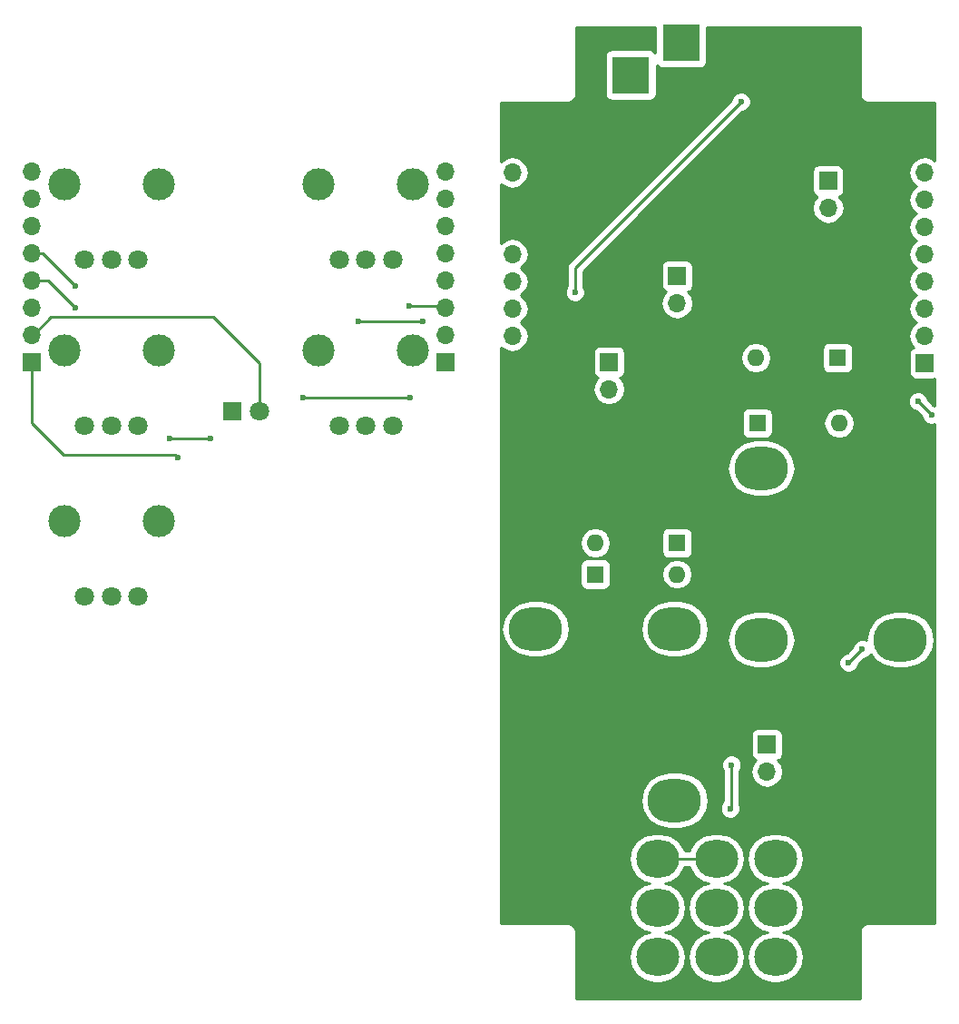
<source format=gbr>
G04 #@! TF.FileFunction,Copper,L2,Bot,Signal*
%FSLAX46Y46*%
G04 Gerber Fmt 4.6, Leading zero omitted, Abs format (unit mm)*
G04 Created by KiCad (PCBNEW 4.0.7) date 03/22/18 23:55:52*
%MOMM*%
%LPD*%
G01*
G04 APERTURE LIST*
%ADD10C,0.100000*%
%ADD11C,1.800000*%
%ADD12C,3.000000*%
%ADD13O,5.000000X4.000000*%
%ADD14O,4.000000X3.500000*%
%ADD15R,1.700000X1.700000*%
%ADD16O,1.700000X1.700000*%
%ADD17R,1.800000X1.800000*%
%ADD18R,1.600000X1.600000*%
%ADD19O,1.600000X1.600000*%
%ADD20R,3.500000X3.500000*%
%ADD21C,0.600000*%
%ADD22C,0.250000*%
%ADD23C,0.500000*%
%ADD24C,0.254000*%
G04 APERTURE END LIST*
D10*
D11*
X45546000Y-159639000D03*
X48046000Y-159639000D03*
X50546000Y-159639000D03*
D12*
X43646000Y-152639000D03*
X52446000Y-152639000D03*
D13*
X108689000Y-163702000D03*
X108689000Y-147702000D03*
X121689000Y-147702000D03*
X121666000Y-163702000D03*
D14*
X110021000Y-193322000D03*
X104521000Y-193322000D03*
X99021000Y-193322000D03*
X110021000Y-188722000D03*
X104521000Y-188722000D03*
X99021000Y-188722000D03*
X110021000Y-184122000D03*
X104521000Y-184122000D03*
X99021000Y-184122000D03*
D11*
X69295000Y-143764000D03*
X71795000Y-143764000D03*
X74295000Y-143764000D03*
D12*
X67395000Y-136764000D03*
X76195000Y-136764000D03*
D11*
X69295000Y-128270000D03*
X71795000Y-128270000D03*
X74295000Y-128270000D03*
D12*
X67395000Y-121270000D03*
X76195000Y-121270000D03*
D15*
X40640000Y-137795000D03*
D16*
X40640000Y-135255000D03*
X40640000Y-132715000D03*
X40640000Y-130175000D03*
X40640000Y-127635000D03*
X40640000Y-125095000D03*
X40640000Y-122555000D03*
X40640000Y-120015000D03*
D15*
X123952000Y-137922000D03*
D16*
X123952000Y-135382000D03*
X123952000Y-132842000D03*
X123952000Y-130302000D03*
X123952000Y-127762000D03*
X123952000Y-125222000D03*
X123952000Y-122682000D03*
X123952000Y-120142000D03*
D15*
X85471000Y-137922000D03*
D16*
X85471000Y-135382000D03*
X85471000Y-132842000D03*
X85471000Y-130302000D03*
X85471000Y-127762000D03*
X85471000Y-125222000D03*
X85471000Y-122682000D03*
X85471000Y-120142000D03*
D13*
X100607000Y-162688000D03*
X100607000Y-178688000D03*
X87607000Y-178688000D03*
X87630000Y-162688000D03*
D17*
X59309000Y-142367000D03*
D11*
X61849000Y-142367000D03*
X45546000Y-143764000D03*
X48046000Y-143764000D03*
X50546000Y-143764000D03*
D12*
X43646000Y-136764000D03*
X52446000Y-136764000D03*
D15*
X79248000Y-137795000D03*
D16*
X79248000Y-135255000D03*
X79248000Y-132715000D03*
X79248000Y-130175000D03*
X79248000Y-127635000D03*
X79248000Y-125095000D03*
X79248000Y-122555000D03*
X79248000Y-120015000D03*
D11*
X45546000Y-128270000D03*
X48046000Y-128270000D03*
X50546000Y-128270000D03*
D12*
X43646000Y-121270000D03*
X52446000Y-121270000D03*
D15*
X109220000Y-173482000D03*
D16*
X109220000Y-176022000D03*
D15*
X100838000Y-129794000D03*
D16*
X100838000Y-132334000D03*
D15*
X94488000Y-137795000D03*
D16*
X94488000Y-140335000D03*
D15*
X114935000Y-120904000D03*
D16*
X114935000Y-123444000D03*
D18*
X108331000Y-143510000D03*
D19*
X115951000Y-143510000D03*
D18*
X115824000Y-137414000D03*
D19*
X108204000Y-137414000D03*
D18*
X93218000Y-157607000D03*
D19*
X100838000Y-157607000D03*
D18*
X100838000Y-154686000D03*
D19*
X93218000Y-154686000D03*
D20*
X101219000Y-114046000D03*
X101219000Y-108046000D03*
X96519000Y-111046000D03*
D21*
X117602000Y-116586000D03*
X106807000Y-116205000D03*
X109474000Y-167132000D03*
X123063000Y-167767000D03*
X101092000Y-139192000D03*
X115189000Y-129540000D03*
X105537000Y-119126000D03*
X115062000Y-189738000D03*
X105918000Y-175387000D03*
X105791000Y-179451000D03*
X116840000Y-165862000D03*
X118110000Y-164592000D03*
X75819000Y-132588000D03*
X54229000Y-146685000D03*
X44704000Y-132715000D03*
X123317000Y-141478000D03*
X124587000Y-142748000D03*
X53467000Y-144907000D03*
X57277000Y-144907000D03*
X65913000Y-141097000D03*
X75946000Y-141097000D03*
X77089000Y-133985000D03*
X71120000Y-133985000D03*
X44704000Y-130683000D03*
X91313000Y-131318000D03*
X106807000Y-113538000D03*
D22*
X123063000Y-167767000D02*
X123110000Y-167720000D01*
X40640000Y-135255000D02*
X40767000Y-135255000D01*
X40767000Y-135255000D02*
X42418000Y-133604000D01*
X42418000Y-133604000D02*
X57531000Y-133604000D01*
X57531000Y-133604000D02*
X61849000Y-137922000D01*
X61849000Y-137922000D02*
X61849000Y-142367000D01*
X105918000Y-179324000D02*
X105918000Y-175387000D01*
X105791000Y-179451000D02*
X105918000Y-179324000D01*
D23*
X104648000Y-188976000D02*
X105156000Y-188722000D01*
D22*
X99148000Y-188976000D02*
X99187000Y-188976000D01*
X118110000Y-164592000D02*
X116840000Y-165862000D01*
X75819000Y-132588000D02*
X79121000Y-132588000D01*
X79121000Y-132588000D02*
X79248000Y-132715000D01*
X54229000Y-146685000D02*
X53975000Y-146431000D01*
X53975000Y-146431000D02*
X43561000Y-146431000D01*
X43561000Y-146431000D02*
X40640000Y-143510000D01*
X40640000Y-143510000D02*
X40640000Y-137795000D01*
X42164000Y-130175000D02*
X40640000Y-130175000D01*
X44704000Y-132715000D02*
X42164000Y-130175000D01*
X99021000Y-184122000D02*
X104521000Y-184122000D01*
X124587000Y-142748000D02*
X123317000Y-141478000D01*
X57277000Y-144907000D02*
X53467000Y-144907000D01*
X75946000Y-141097000D02*
X65913000Y-141097000D01*
X71120000Y-133985000D02*
X77089000Y-133985000D01*
X41656000Y-127635000D02*
X40640000Y-127635000D01*
X44704000Y-130683000D02*
X41656000Y-127635000D01*
X104648000Y-193576000D02*
X104549000Y-193576000D01*
X103949500Y-116395500D02*
X106807000Y-113538000D01*
X91313000Y-129032000D02*
X91313000Y-131318000D01*
X103949500Y-116395500D02*
X91313000Y-129032000D01*
D24*
G36*
X98821560Y-108982045D02*
X98733090Y-108844559D01*
X98520890Y-108699569D01*
X98269000Y-108648560D01*
X94769000Y-108648560D01*
X94533683Y-108692838D01*
X94317559Y-108831910D01*
X94172569Y-109044110D01*
X94121560Y-109296000D01*
X94121560Y-112796000D01*
X94165838Y-113031317D01*
X94304910Y-113247441D01*
X94517110Y-113392431D01*
X94769000Y-113443440D01*
X98269000Y-113443440D01*
X98504317Y-113399162D01*
X98720441Y-113260090D01*
X98865431Y-113047890D01*
X98916440Y-112796000D01*
X98916440Y-110109955D01*
X99004910Y-110247441D01*
X99217110Y-110392431D01*
X99469000Y-110443440D01*
X102969000Y-110443440D01*
X103204317Y-110399162D01*
X103420441Y-110260090D01*
X103565431Y-110047890D01*
X103616440Y-109796000D01*
X103616440Y-106628000D01*
X117908000Y-106628000D01*
X117908000Y-112903000D01*
X117962046Y-113174705D01*
X118115954Y-113405046D01*
X118346295Y-113558954D01*
X118618000Y-113613000D01*
X124893000Y-113613000D01*
X124893000Y-118999639D01*
X124549378Y-118770039D01*
X123981093Y-118657000D01*
X123922907Y-118657000D01*
X123354622Y-118770039D01*
X122872853Y-119091946D01*
X122550946Y-119573715D01*
X122437907Y-120142000D01*
X122550946Y-120710285D01*
X122872853Y-121192054D01*
X123202026Y-121412000D01*
X122872853Y-121631946D01*
X122550946Y-122113715D01*
X122437907Y-122682000D01*
X122550946Y-123250285D01*
X122872853Y-123732054D01*
X123202026Y-123952000D01*
X122872853Y-124171946D01*
X122550946Y-124653715D01*
X122437907Y-125222000D01*
X122550946Y-125790285D01*
X122872853Y-126272054D01*
X123202026Y-126492000D01*
X122872853Y-126711946D01*
X122550946Y-127193715D01*
X122437907Y-127762000D01*
X122550946Y-128330285D01*
X122872853Y-128812054D01*
X123202026Y-129032000D01*
X122872853Y-129251946D01*
X122550946Y-129733715D01*
X122437907Y-130302000D01*
X122550946Y-130870285D01*
X122872853Y-131352054D01*
X123202026Y-131572000D01*
X122872853Y-131791946D01*
X122550946Y-132273715D01*
X122437907Y-132842000D01*
X122550946Y-133410285D01*
X122872853Y-133892054D01*
X123202026Y-134112000D01*
X122872853Y-134331946D01*
X122550946Y-134813715D01*
X122437907Y-135382000D01*
X122550946Y-135950285D01*
X122872853Y-136432054D01*
X122914452Y-136459850D01*
X122866683Y-136468838D01*
X122650559Y-136607910D01*
X122505569Y-136820110D01*
X122454560Y-137072000D01*
X122454560Y-138772000D01*
X122498838Y-139007317D01*
X122637910Y-139223441D01*
X122850110Y-139368431D01*
X123102000Y-139419440D01*
X124802000Y-139419440D01*
X124893000Y-139402317D01*
X124893000Y-141862659D01*
X124773799Y-141813162D01*
X124726923Y-141813121D01*
X124252122Y-141338320D01*
X124252162Y-141292833D01*
X124110117Y-140949057D01*
X123847327Y-140685808D01*
X123503799Y-140543162D01*
X123131833Y-140542838D01*
X122788057Y-140684883D01*
X122524808Y-140947673D01*
X122382162Y-141291201D01*
X122381838Y-141663167D01*
X122523883Y-142006943D01*
X122786673Y-142270192D01*
X123130201Y-142412838D01*
X123177077Y-142412879D01*
X123651878Y-142887680D01*
X123651838Y-142933167D01*
X123793883Y-143276943D01*
X124056673Y-143540192D01*
X124400201Y-143682838D01*
X124772167Y-143683162D01*
X124893000Y-143633235D01*
X124893000Y-190171000D01*
X118618000Y-190171000D01*
X118346295Y-190225046D01*
X118115954Y-190378954D01*
X117962046Y-190609295D01*
X117908000Y-190881000D01*
X117908000Y-197156000D01*
X91388000Y-197156000D01*
X91388000Y-190881000D01*
X91333954Y-190609295D01*
X91180046Y-190378954D01*
X90949705Y-190225046D01*
X90678000Y-190171000D01*
X84403000Y-190171000D01*
X84403000Y-184122000D01*
X96334377Y-184122000D01*
X96515924Y-185034700D01*
X97032927Y-185808450D01*
X97806677Y-186325453D01*
X98292052Y-186422000D01*
X97806677Y-186518547D01*
X97032927Y-187035550D01*
X96515924Y-187809300D01*
X96334377Y-188722000D01*
X96515924Y-189634700D01*
X97032927Y-190408450D01*
X97806677Y-190925453D01*
X98292052Y-191022000D01*
X97806677Y-191118547D01*
X97032927Y-191635550D01*
X96515924Y-192409300D01*
X96334377Y-193322000D01*
X96515924Y-194234700D01*
X97032927Y-195008450D01*
X97806677Y-195525453D01*
X98719377Y-195707000D01*
X99322623Y-195707000D01*
X100235323Y-195525453D01*
X101009073Y-195008450D01*
X101526076Y-194234700D01*
X101707623Y-193322000D01*
X101526076Y-192409300D01*
X101009073Y-191635550D01*
X100235323Y-191118547D01*
X99749948Y-191022000D01*
X100235323Y-190925453D01*
X101009073Y-190408450D01*
X101526076Y-189634700D01*
X101707623Y-188722000D01*
X101526076Y-187809300D01*
X101009073Y-187035550D01*
X100235323Y-186518547D01*
X99749948Y-186422000D01*
X100235323Y-186325453D01*
X101009073Y-185808450D01*
X101526076Y-185034700D01*
X101556450Y-184882000D01*
X101985550Y-184882000D01*
X102015924Y-185034700D01*
X102532927Y-185808450D01*
X103306677Y-186325453D01*
X103792052Y-186422000D01*
X103306677Y-186518547D01*
X102532927Y-187035550D01*
X102015924Y-187809300D01*
X101834377Y-188722000D01*
X102015924Y-189634700D01*
X102532927Y-190408450D01*
X103306677Y-190925453D01*
X103792052Y-191022000D01*
X103306677Y-191118547D01*
X102532927Y-191635550D01*
X102015924Y-192409300D01*
X101834377Y-193322000D01*
X102015924Y-194234700D01*
X102532927Y-195008450D01*
X103306677Y-195525453D01*
X104219377Y-195707000D01*
X104822623Y-195707000D01*
X105735323Y-195525453D01*
X106509073Y-195008450D01*
X107026076Y-194234700D01*
X107207623Y-193322000D01*
X107026076Y-192409300D01*
X106509073Y-191635550D01*
X105735323Y-191118547D01*
X105249948Y-191022000D01*
X105735323Y-190925453D01*
X106509073Y-190408450D01*
X107026076Y-189634700D01*
X107207623Y-188722000D01*
X107026076Y-187809300D01*
X106509073Y-187035550D01*
X105735323Y-186518547D01*
X105249948Y-186422000D01*
X105735323Y-186325453D01*
X106509073Y-185808450D01*
X107026076Y-185034700D01*
X107207623Y-184122000D01*
X107334377Y-184122000D01*
X107515924Y-185034700D01*
X108032927Y-185808450D01*
X108806677Y-186325453D01*
X109292052Y-186422000D01*
X108806677Y-186518547D01*
X108032927Y-187035550D01*
X107515924Y-187809300D01*
X107334377Y-188722000D01*
X107515924Y-189634700D01*
X108032927Y-190408450D01*
X108806677Y-190925453D01*
X109292052Y-191022000D01*
X108806677Y-191118547D01*
X108032927Y-191635550D01*
X107515924Y-192409300D01*
X107334377Y-193322000D01*
X107515924Y-194234700D01*
X108032927Y-195008450D01*
X108806677Y-195525453D01*
X109719377Y-195707000D01*
X110322623Y-195707000D01*
X111235323Y-195525453D01*
X112009073Y-195008450D01*
X112526076Y-194234700D01*
X112707623Y-193322000D01*
X112526076Y-192409300D01*
X112009073Y-191635550D01*
X111235323Y-191118547D01*
X110749948Y-191022000D01*
X111235323Y-190925453D01*
X112009073Y-190408450D01*
X112526076Y-189634700D01*
X112707623Y-188722000D01*
X112526076Y-187809300D01*
X112009073Y-187035550D01*
X111235323Y-186518547D01*
X110749948Y-186422000D01*
X111235323Y-186325453D01*
X112009073Y-185808450D01*
X112526076Y-185034700D01*
X112707623Y-184122000D01*
X112526076Y-183209300D01*
X112009073Y-182435550D01*
X111235323Y-181918547D01*
X110322623Y-181737000D01*
X109719377Y-181737000D01*
X108806677Y-181918547D01*
X108032927Y-182435550D01*
X107515924Y-183209300D01*
X107334377Y-184122000D01*
X107207623Y-184122000D01*
X107026076Y-183209300D01*
X106509073Y-182435550D01*
X105735323Y-181918547D01*
X104822623Y-181737000D01*
X104219377Y-181737000D01*
X103306677Y-181918547D01*
X102532927Y-182435550D01*
X102015924Y-183209300D01*
X101985550Y-183362000D01*
X101556450Y-183362000D01*
X101526076Y-183209300D01*
X101009073Y-182435550D01*
X100235323Y-181918547D01*
X99322623Y-181737000D01*
X98719377Y-181737000D01*
X97806677Y-181918547D01*
X97032927Y-182435550D01*
X96515924Y-183209300D01*
X96334377Y-184122000D01*
X84403000Y-184122000D01*
X84403000Y-178688000D01*
X97410582Y-178688000D01*
X97611159Y-179696371D01*
X98182356Y-180551226D01*
X99037211Y-181122423D01*
X100045582Y-181323000D01*
X101168418Y-181323000D01*
X102176789Y-181122423D01*
X103031644Y-180551226D01*
X103602841Y-179696371D01*
X103614816Y-179636167D01*
X104855838Y-179636167D01*
X104997883Y-179979943D01*
X105260673Y-180243192D01*
X105604201Y-180385838D01*
X105976167Y-180386162D01*
X106319943Y-180244117D01*
X106583192Y-179981327D01*
X106725838Y-179637799D01*
X106726162Y-179265833D01*
X106678000Y-179149272D01*
X106678000Y-176022000D01*
X107705907Y-176022000D01*
X107818946Y-176590285D01*
X108140853Y-177072054D01*
X108622622Y-177393961D01*
X109190907Y-177507000D01*
X109249093Y-177507000D01*
X109817378Y-177393961D01*
X110299147Y-177072054D01*
X110621054Y-176590285D01*
X110734093Y-176022000D01*
X110621054Y-175453715D01*
X110299147Y-174971946D01*
X110257548Y-174944150D01*
X110305317Y-174935162D01*
X110521441Y-174796090D01*
X110666431Y-174583890D01*
X110717440Y-174332000D01*
X110717440Y-172632000D01*
X110673162Y-172396683D01*
X110534090Y-172180559D01*
X110321890Y-172035569D01*
X110070000Y-171984560D01*
X108370000Y-171984560D01*
X108134683Y-172028838D01*
X107918559Y-172167910D01*
X107773569Y-172380110D01*
X107722560Y-172632000D01*
X107722560Y-174332000D01*
X107766838Y-174567317D01*
X107905910Y-174783441D01*
X108118110Y-174928431D01*
X108185541Y-174942086D01*
X108140853Y-174971946D01*
X107818946Y-175453715D01*
X107705907Y-176022000D01*
X106678000Y-176022000D01*
X106678000Y-175949463D01*
X106710192Y-175917327D01*
X106852838Y-175573799D01*
X106853162Y-175201833D01*
X106711117Y-174858057D01*
X106448327Y-174594808D01*
X106104799Y-174452162D01*
X105732833Y-174451838D01*
X105389057Y-174593883D01*
X105125808Y-174856673D01*
X104983162Y-175200201D01*
X104982838Y-175572167D01*
X105124883Y-175915943D01*
X105158000Y-175949118D01*
X105158000Y-178761759D01*
X104998808Y-178920673D01*
X104856162Y-179264201D01*
X104855838Y-179636167D01*
X103614816Y-179636167D01*
X103803418Y-178688000D01*
X103602841Y-177679629D01*
X103031644Y-176824774D01*
X102176789Y-176253577D01*
X101168418Y-176053000D01*
X100045582Y-176053000D01*
X99037211Y-176253577D01*
X98182356Y-176824774D01*
X97611159Y-177679629D01*
X97410582Y-178688000D01*
X84403000Y-178688000D01*
X84403000Y-162688000D01*
X84433582Y-162688000D01*
X84634159Y-163696371D01*
X85205356Y-164551226D01*
X86060211Y-165122423D01*
X87068582Y-165323000D01*
X88191418Y-165323000D01*
X89199789Y-165122423D01*
X90054644Y-164551226D01*
X90625841Y-163696371D01*
X90826418Y-162688000D01*
X97410582Y-162688000D01*
X97611159Y-163696371D01*
X98182356Y-164551226D01*
X99037211Y-165122423D01*
X100045582Y-165323000D01*
X101168418Y-165323000D01*
X102176789Y-165122423D01*
X103031644Y-164551226D01*
X103599079Y-163702000D01*
X105492582Y-163702000D01*
X105693159Y-164710371D01*
X106264356Y-165565226D01*
X107119211Y-166136423D01*
X108127582Y-166337000D01*
X109250418Y-166337000D01*
X110258789Y-166136423D01*
X110392369Y-166047167D01*
X115904838Y-166047167D01*
X116046883Y-166390943D01*
X116309673Y-166654192D01*
X116653201Y-166796838D01*
X117025167Y-166797162D01*
X117368943Y-166655117D01*
X117632192Y-166392327D01*
X117774838Y-166048799D01*
X117774879Y-166001923D01*
X118249680Y-165527122D01*
X118295167Y-165527162D01*
X118638943Y-165385117D01*
X118902192Y-165122327D01*
X118918760Y-165082428D01*
X119241356Y-165565226D01*
X120096211Y-166136423D01*
X121104582Y-166337000D01*
X122227418Y-166337000D01*
X123235789Y-166136423D01*
X124090644Y-165565226D01*
X124661841Y-164710371D01*
X124862418Y-163702000D01*
X124661841Y-162693629D01*
X124090644Y-161838774D01*
X123235789Y-161267577D01*
X122227418Y-161067000D01*
X121104582Y-161067000D01*
X120096211Y-161267577D01*
X119241356Y-161838774D01*
X118670159Y-162693629D01*
X118469582Y-163702000D01*
X118475416Y-163731331D01*
X118296799Y-163657162D01*
X117924833Y-163656838D01*
X117581057Y-163798883D01*
X117317808Y-164061673D01*
X117175162Y-164405201D01*
X117175121Y-164452077D01*
X116700320Y-164926878D01*
X116654833Y-164926838D01*
X116311057Y-165068883D01*
X116047808Y-165331673D01*
X115905162Y-165675201D01*
X115904838Y-166047167D01*
X110392369Y-166047167D01*
X111113644Y-165565226D01*
X111684841Y-164710371D01*
X111885418Y-163702000D01*
X111684841Y-162693629D01*
X111113644Y-161838774D01*
X110258789Y-161267577D01*
X109250418Y-161067000D01*
X108127582Y-161067000D01*
X107119211Y-161267577D01*
X106264356Y-161838774D01*
X105693159Y-162693629D01*
X105492582Y-163702000D01*
X103599079Y-163702000D01*
X103602841Y-163696371D01*
X103803418Y-162688000D01*
X103602841Y-161679629D01*
X103031644Y-160824774D01*
X102176789Y-160253577D01*
X101168418Y-160053000D01*
X100045582Y-160053000D01*
X99037211Y-160253577D01*
X98182356Y-160824774D01*
X97611159Y-161679629D01*
X97410582Y-162688000D01*
X90826418Y-162688000D01*
X90625841Y-161679629D01*
X90054644Y-160824774D01*
X89199789Y-160253577D01*
X88191418Y-160053000D01*
X87068582Y-160053000D01*
X86060211Y-160253577D01*
X85205356Y-160824774D01*
X84634159Y-161679629D01*
X84433582Y-162688000D01*
X84403000Y-162688000D01*
X84403000Y-156807000D01*
X91770560Y-156807000D01*
X91770560Y-158407000D01*
X91814838Y-158642317D01*
X91953910Y-158858441D01*
X92166110Y-159003431D01*
X92418000Y-159054440D01*
X94018000Y-159054440D01*
X94253317Y-159010162D01*
X94469441Y-158871090D01*
X94614431Y-158658890D01*
X94665440Y-158407000D01*
X94665440Y-157607000D01*
X99374887Y-157607000D01*
X99484120Y-158156151D01*
X99795189Y-158621698D01*
X100260736Y-158932767D01*
X100809887Y-159042000D01*
X100866113Y-159042000D01*
X101415264Y-158932767D01*
X101880811Y-158621698D01*
X102191880Y-158156151D01*
X102301113Y-157607000D01*
X102191880Y-157057849D01*
X101880811Y-156592302D01*
X101415264Y-156281233D01*
X100866113Y-156172000D01*
X100809887Y-156172000D01*
X100260736Y-156281233D01*
X99795189Y-156592302D01*
X99484120Y-157057849D01*
X99374887Y-157607000D01*
X94665440Y-157607000D01*
X94665440Y-156807000D01*
X94621162Y-156571683D01*
X94482090Y-156355559D01*
X94269890Y-156210569D01*
X94018000Y-156159560D01*
X92418000Y-156159560D01*
X92182683Y-156203838D01*
X91966559Y-156342910D01*
X91821569Y-156555110D01*
X91770560Y-156807000D01*
X84403000Y-156807000D01*
X84403000Y-154686000D01*
X91754887Y-154686000D01*
X91864120Y-155235151D01*
X92175189Y-155700698D01*
X92640736Y-156011767D01*
X93189887Y-156121000D01*
X93246113Y-156121000D01*
X93795264Y-156011767D01*
X94260811Y-155700698D01*
X94571880Y-155235151D01*
X94681113Y-154686000D01*
X94571880Y-154136849D01*
X94404268Y-153886000D01*
X99390560Y-153886000D01*
X99390560Y-155486000D01*
X99434838Y-155721317D01*
X99573910Y-155937441D01*
X99786110Y-156082431D01*
X100038000Y-156133440D01*
X101638000Y-156133440D01*
X101873317Y-156089162D01*
X102089441Y-155950090D01*
X102234431Y-155737890D01*
X102285440Y-155486000D01*
X102285440Y-153886000D01*
X102241162Y-153650683D01*
X102102090Y-153434559D01*
X101889890Y-153289569D01*
X101638000Y-153238560D01*
X100038000Y-153238560D01*
X99802683Y-153282838D01*
X99586559Y-153421910D01*
X99441569Y-153634110D01*
X99390560Y-153886000D01*
X94404268Y-153886000D01*
X94260811Y-153671302D01*
X93795264Y-153360233D01*
X93246113Y-153251000D01*
X93189887Y-153251000D01*
X92640736Y-153360233D01*
X92175189Y-153671302D01*
X91864120Y-154136849D01*
X91754887Y-154686000D01*
X84403000Y-154686000D01*
X84403000Y-147702000D01*
X105492582Y-147702000D01*
X105693159Y-148710371D01*
X106264356Y-149565226D01*
X107119211Y-150136423D01*
X108127582Y-150337000D01*
X109250418Y-150337000D01*
X110258789Y-150136423D01*
X111113644Y-149565226D01*
X111684841Y-148710371D01*
X111885418Y-147702000D01*
X111684841Y-146693629D01*
X111113644Y-145838774D01*
X110258789Y-145267577D01*
X109250418Y-145067000D01*
X108127582Y-145067000D01*
X107119211Y-145267577D01*
X106264356Y-145838774D01*
X105693159Y-146693629D01*
X105492582Y-147702000D01*
X84403000Y-147702000D01*
X84403000Y-142710000D01*
X106883560Y-142710000D01*
X106883560Y-144310000D01*
X106927838Y-144545317D01*
X107066910Y-144761441D01*
X107279110Y-144906431D01*
X107531000Y-144957440D01*
X109131000Y-144957440D01*
X109366317Y-144913162D01*
X109582441Y-144774090D01*
X109727431Y-144561890D01*
X109778440Y-144310000D01*
X109778440Y-143510000D01*
X114487887Y-143510000D01*
X114597120Y-144059151D01*
X114908189Y-144524698D01*
X115373736Y-144835767D01*
X115922887Y-144945000D01*
X115979113Y-144945000D01*
X116528264Y-144835767D01*
X116993811Y-144524698D01*
X117304880Y-144059151D01*
X117414113Y-143510000D01*
X117304880Y-142960849D01*
X116993811Y-142495302D01*
X116528264Y-142184233D01*
X115979113Y-142075000D01*
X115922887Y-142075000D01*
X115373736Y-142184233D01*
X114908189Y-142495302D01*
X114597120Y-142960849D01*
X114487887Y-143510000D01*
X109778440Y-143510000D01*
X109778440Y-142710000D01*
X109734162Y-142474683D01*
X109595090Y-142258559D01*
X109382890Y-142113569D01*
X109131000Y-142062560D01*
X107531000Y-142062560D01*
X107295683Y-142106838D01*
X107079559Y-142245910D01*
X106934569Y-142458110D01*
X106883560Y-142710000D01*
X84403000Y-142710000D01*
X84403000Y-140335000D01*
X92973907Y-140335000D01*
X93086946Y-140903285D01*
X93408853Y-141385054D01*
X93890622Y-141706961D01*
X94458907Y-141820000D01*
X94517093Y-141820000D01*
X95085378Y-141706961D01*
X95567147Y-141385054D01*
X95889054Y-140903285D01*
X96002093Y-140335000D01*
X95889054Y-139766715D01*
X95567147Y-139284946D01*
X95525548Y-139257150D01*
X95573317Y-139248162D01*
X95789441Y-139109090D01*
X95934431Y-138896890D01*
X95985440Y-138645000D01*
X95985440Y-137414000D01*
X106740887Y-137414000D01*
X106850120Y-137963151D01*
X107161189Y-138428698D01*
X107626736Y-138739767D01*
X108175887Y-138849000D01*
X108232113Y-138849000D01*
X108781264Y-138739767D01*
X109246811Y-138428698D01*
X109557880Y-137963151D01*
X109667113Y-137414000D01*
X109557880Y-136864849D01*
X109390268Y-136614000D01*
X114376560Y-136614000D01*
X114376560Y-138214000D01*
X114420838Y-138449317D01*
X114559910Y-138665441D01*
X114772110Y-138810431D01*
X115024000Y-138861440D01*
X116624000Y-138861440D01*
X116859317Y-138817162D01*
X117075441Y-138678090D01*
X117220431Y-138465890D01*
X117271440Y-138214000D01*
X117271440Y-136614000D01*
X117227162Y-136378683D01*
X117088090Y-136162559D01*
X116875890Y-136017569D01*
X116624000Y-135966560D01*
X115024000Y-135966560D01*
X114788683Y-136010838D01*
X114572559Y-136149910D01*
X114427569Y-136362110D01*
X114376560Y-136614000D01*
X109390268Y-136614000D01*
X109246811Y-136399302D01*
X108781264Y-136088233D01*
X108232113Y-135979000D01*
X108175887Y-135979000D01*
X107626736Y-136088233D01*
X107161189Y-136399302D01*
X106850120Y-136864849D01*
X106740887Y-137414000D01*
X95985440Y-137414000D01*
X95985440Y-136945000D01*
X95941162Y-136709683D01*
X95802090Y-136493559D01*
X95589890Y-136348569D01*
X95338000Y-136297560D01*
X93638000Y-136297560D01*
X93402683Y-136341838D01*
X93186559Y-136480910D01*
X93041569Y-136693110D01*
X92990560Y-136945000D01*
X92990560Y-138645000D01*
X93034838Y-138880317D01*
X93173910Y-139096441D01*
X93386110Y-139241431D01*
X93453541Y-139255086D01*
X93408853Y-139284946D01*
X93086946Y-139766715D01*
X92973907Y-140335000D01*
X84403000Y-140335000D01*
X84403000Y-136439502D01*
X84873622Y-136753961D01*
X85441907Y-136867000D01*
X85500093Y-136867000D01*
X86068378Y-136753961D01*
X86550147Y-136432054D01*
X86872054Y-135950285D01*
X86985093Y-135382000D01*
X86872054Y-134813715D01*
X86550147Y-134331946D01*
X86220974Y-134112000D01*
X86550147Y-133892054D01*
X86872054Y-133410285D01*
X86985093Y-132842000D01*
X86884046Y-132334000D01*
X99323907Y-132334000D01*
X99436946Y-132902285D01*
X99758853Y-133384054D01*
X100240622Y-133705961D01*
X100808907Y-133819000D01*
X100867093Y-133819000D01*
X101435378Y-133705961D01*
X101917147Y-133384054D01*
X102239054Y-132902285D01*
X102352093Y-132334000D01*
X102239054Y-131765715D01*
X101917147Y-131283946D01*
X101875548Y-131256150D01*
X101923317Y-131247162D01*
X102139441Y-131108090D01*
X102284431Y-130895890D01*
X102335440Y-130644000D01*
X102335440Y-128944000D01*
X102291162Y-128708683D01*
X102152090Y-128492559D01*
X101939890Y-128347569D01*
X101688000Y-128296560D01*
X99988000Y-128296560D01*
X99752683Y-128340838D01*
X99536559Y-128479910D01*
X99391569Y-128692110D01*
X99340560Y-128944000D01*
X99340560Y-130644000D01*
X99384838Y-130879317D01*
X99523910Y-131095441D01*
X99736110Y-131240431D01*
X99803541Y-131254086D01*
X99758853Y-131283946D01*
X99436946Y-131765715D01*
X99323907Y-132334000D01*
X86884046Y-132334000D01*
X86872054Y-132273715D01*
X86550147Y-131791946D01*
X86220974Y-131572000D01*
X86323990Y-131503167D01*
X90377838Y-131503167D01*
X90519883Y-131846943D01*
X90782673Y-132110192D01*
X91126201Y-132252838D01*
X91498167Y-132253162D01*
X91841943Y-132111117D01*
X92105192Y-131848327D01*
X92247838Y-131504799D01*
X92248162Y-131132833D01*
X92106117Y-130789057D01*
X92073000Y-130755882D01*
X92073000Y-129346802D01*
X97975802Y-123444000D01*
X113420907Y-123444000D01*
X113533946Y-124012285D01*
X113855853Y-124494054D01*
X114337622Y-124815961D01*
X114905907Y-124929000D01*
X114964093Y-124929000D01*
X115532378Y-124815961D01*
X116014147Y-124494054D01*
X116336054Y-124012285D01*
X116449093Y-123444000D01*
X116336054Y-122875715D01*
X116014147Y-122393946D01*
X115972548Y-122366150D01*
X116020317Y-122357162D01*
X116236441Y-122218090D01*
X116381431Y-122005890D01*
X116432440Y-121754000D01*
X116432440Y-120054000D01*
X116388162Y-119818683D01*
X116249090Y-119602559D01*
X116036890Y-119457569D01*
X115785000Y-119406560D01*
X114085000Y-119406560D01*
X113849683Y-119450838D01*
X113633559Y-119589910D01*
X113488569Y-119802110D01*
X113437560Y-120054000D01*
X113437560Y-121754000D01*
X113481838Y-121989317D01*
X113620910Y-122205441D01*
X113833110Y-122350431D01*
X113900541Y-122364086D01*
X113855853Y-122393946D01*
X113533946Y-122875715D01*
X113420907Y-123444000D01*
X97975802Y-123444000D01*
X106946680Y-114473122D01*
X106992167Y-114473162D01*
X107335943Y-114331117D01*
X107599192Y-114068327D01*
X107741838Y-113724799D01*
X107742162Y-113352833D01*
X107600117Y-113009057D01*
X107337327Y-112745808D01*
X106993799Y-112603162D01*
X106621833Y-112602838D01*
X106278057Y-112744883D01*
X106014808Y-113007673D01*
X105872162Y-113351201D01*
X105872121Y-113398077D01*
X90775599Y-128494599D01*
X90610852Y-128741161D01*
X90553000Y-129032000D01*
X90553000Y-130755537D01*
X90520808Y-130787673D01*
X90378162Y-131131201D01*
X90377838Y-131503167D01*
X86323990Y-131503167D01*
X86550147Y-131352054D01*
X86872054Y-130870285D01*
X86985093Y-130302000D01*
X86872054Y-129733715D01*
X86550147Y-129251946D01*
X86220974Y-129032000D01*
X86550147Y-128812054D01*
X86872054Y-128330285D01*
X86985093Y-127762000D01*
X86872054Y-127193715D01*
X86550147Y-126711946D01*
X86068378Y-126390039D01*
X85500093Y-126277000D01*
X85441907Y-126277000D01*
X84873622Y-126390039D01*
X84403000Y-126704498D01*
X84403000Y-121199502D01*
X84873622Y-121513961D01*
X85441907Y-121627000D01*
X85500093Y-121627000D01*
X86068378Y-121513961D01*
X86550147Y-121192054D01*
X86872054Y-120710285D01*
X86985093Y-120142000D01*
X86872054Y-119573715D01*
X86550147Y-119091946D01*
X86068378Y-118770039D01*
X85500093Y-118657000D01*
X85441907Y-118657000D01*
X84873622Y-118770039D01*
X84403000Y-119084498D01*
X84403000Y-113613000D01*
X90678000Y-113613000D01*
X90949705Y-113558954D01*
X91180046Y-113405046D01*
X91333954Y-113174705D01*
X91388000Y-112903000D01*
X91388000Y-106628000D01*
X98821560Y-106628000D01*
X98821560Y-108982045D01*
X98821560Y-108982045D01*
G37*
X98821560Y-108982045D02*
X98733090Y-108844559D01*
X98520890Y-108699569D01*
X98269000Y-108648560D01*
X94769000Y-108648560D01*
X94533683Y-108692838D01*
X94317559Y-108831910D01*
X94172569Y-109044110D01*
X94121560Y-109296000D01*
X94121560Y-112796000D01*
X94165838Y-113031317D01*
X94304910Y-113247441D01*
X94517110Y-113392431D01*
X94769000Y-113443440D01*
X98269000Y-113443440D01*
X98504317Y-113399162D01*
X98720441Y-113260090D01*
X98865431Y-113047890D01*
X98916440Y-112796000D01*
X98916440Y-110109955D01*
X99004910Y-110247441D01*
X99217110Y-110392431D01*
X99469000Y-110443440D01*
X102969000Y-110443440D01*
X103204317Y-110399162D01*
X103420441Y-110260090D01*
X103565431Y-110047890D01*
X103616440Y-109796000D01*
X103616440Y-106628000D01*
X117908000Y-106628000D01*
X117908000Y-112903000D01*
X117962046Y-113174705D01*
X118115954Y-113405046D01*
X118346295Y-113558954D01*
X118618000Y-113613000D01*
X124893000Y-113613000D01*
X124893000Y-118999639D01*
X124549378Y-118770039D01*
X123981093Y-118657000D01*
X123922907Y-118657000D01*
X123354622Y-118770039D01*
X122872853Y-119091946D01*
X122550946Y-119573715D01*
X122437907Y-120142000D01*
X122550946Y-120710285D01*
X122872853Y-121192054D01*
X123202026Y-121412000D01*
X122872853Y-121631946D01*
X122550946Y-122113715D01*
X122437907Y-122682000D01*
X122550946Y-123250285D01*
X122872853Y-123732054D01*
X123202026Y-123952000D01*
X122872853Y-124171946D01*
X122550946Y-124653715D01*
X122437907Y-125222000D01*
X122550946Y-125790285D01*
X122872853Y-126272054D01*
X123202026Y-126492000D01*
X122872853Y-126711946D01*
X122550946Y-127193715D01*
X122437907Y-127762000D01*
X122550946Y-128330285D01*
X122872853Y-128812054D01*
X123202026Y-129032000D01*
X122872853Y-129251946D01*
X122550946Y-129733715D01*
X122437907Y-130302000D01*
X122550946Y-130870285D01*
X122872853Y-131352054D01*
X123202026Y-131572000D01*
X122872853Y-131791946D01*
X122550946Y-132273715D01*
X122437907Y-132842000D01*
X122550946Y-133410285D01*
X122872853Y-133892054D01*
X123202026Y-134112000D01*
X122872853Y-134331946D01*
X122550946Y-134813715D01*
X122437907Y-135382000D01*
X122550946Y-135950285D01*
X122872853Y-136432054D01*
X122914452Y-136459850D01*
X122866683Y-136468838D01*
X122650559Y-136607910D01*
X122505569Y-136820110D01*
X122454560Y-137072000D01*
X122454560Y-138772000D01*
X122498838Y-139007317D01*
X122637910Y-139223441D01*
X122850110Y-139368431D01*
X123102000Y-139419440D01*
X124802000Y-139419440D01*
X124893000Y-139402317D01*
X124893000Y-141862659D01*
X124773799Y-141813162D01*
X124726923Y-141813121D01*
X124252122Y-141338320D01*
X124252162Y-141292833D01*
X124110117Y-140949057D01*
X123847327Y-140685808D01*
X123503799Y-140543162D01*
X123131833Y-140542838D01*
X122788057Y-140684883D01*
X122524808Y-140947673D01*
X122382162Y-141291201D01*
X122381838Y-141663167D01*
X122523883Y-142006943D01*
X122786673Y-142270192D01*
X123130201Y-142412838D01*
X123177077Y-142412879D01*
X123651878Y-142887680D01*
X123651838Y-142933167D01*
X123793883Y-143276943D01*
X124056673Y-143540192D01*
X124400201Y-143682838D01*
X124772167Y-143683162D01*
X124893000Y-143633235D01*
X124893000Y-190171000D01*
X118618000Y-190171000D01*
X118346295Y-190225046D01*
X118115954Y-190378954D01*
X117962046Y-190609295D01*
X117908000Y-190881000D01*
X117908000Y-197156000D01*
X91388000Y-197156000D01*
X91388000Y-190881000D01*
X91333954Y-190609295D01*
X91180046Y-190378954D01*
X90949705Y-190225046D01*
X90678000Y-190171000D01*
X84403000Y-190171000D01*
X84403000Y-184122000D01*
X96334377Y-184122000D01*
X96515924Y-185034700D01*
X97032927Y-185808450D01*
X97806677Y-186325453D01*
X98292052Y-186422000D01*
X97806677Y-186518547D01*
X97032927Y-187035550D01*
X96515924Y-187809300D01*
X96334377Y-188722000D01*
X96515924Y-189634700D01*
X97032927Y-190408450D01*
X97806677Y-190925453D01*
X98292052Y-191022000D01*
X97806677Y-191118547D01*
X97032927Y-191635550D01*
X96515924Y-192409300D01*
X96334377Y-193322000D01*
X96515924Y-194234700D01*
X97032927Y-195008450D01*
X97806677Y-195525453D01*
X98719377Y-195707000D01*
X99322623Y-195707000D01*
X100235323Y-195525453D01*
X101009073Y-195008450D01*
X101526076Y-194234700D01*
X101707623Y-193322000D01*
X101526076Y-192409300D01*
X101009073Y-191635550D01*
X100235323Y-191118547D01*
X99749948Y-191022000D01*
X100235323Y-190925453D01*
X101009073Y-190408450D01*
X101526076Y-189634700D01*
X101707623Y-188722000D01*
X101526076Y-187809300D01*
X101009073Y-187035550D01*
X100235323Y-186518547D01*
X99749948Y-186422000D01*
X100235323Y-186325453D01*
X101009073Y-185808450D01*
X101526076Y-185034700D01*
X101556450Y-184882000D01*
X101985550Y-184882000D01*
X102015924Y-185034700D01*
X102532927Y-185808450D01*
X103306677Y-186325453D01*
X103792052Y-186422000D01*
X103306677Y-186518547D01*
X102532927Y-187035550D01*
X102015924Y-187809300D01*
X101834377Y-188722000D01*
X102015924Y-189634700D01*
X102532927Y-190408450D01*
X103306677Y-190925453D01*
X103792052Y-191022000D01*
X103306677Y-191118547D01*
X102532927Y-191635550D01*
X102015924Y-192409300D01*
X101834377Y-193322000D01*
X102015924Y-194234700D01*
X102532927Y-195008450D01*
X103306677Y-195525453D01*
X104219377Y-195707000D01*
X104822623Y-195707000D01*
X105735323Y-195525453D01*
X106509073Y-195008450D01*
X107026076Y-194234700D01*
X107207623Y-193322000D01*
X107026076Y-192409300D01*
X106509073Y-191635550D01*
X105735323Y-191118547D01*
X105249948Y-191022000D01*
X105735323Y-190925453D01*
X106509073Y-190408450D01*
X107026076Y-189634700D01*
X107207623Y-188722000D01*
X107026076Y-187809300D01*
X106509073Y-187035550D01*
X105735323Y-186518547D01*
X105249948Y-186422000D01*
X105735323Y-186325453D01*
X106509073Y-185808450D01*
X107026076Y-185034700D01*
X107207623Y-184122000D01*
X107334377Y-184122000D01*
X107515924Y-185034700D01*
X108032927Y-185808450D01*
X108806677Y-186325453D01*
X109292052Y-186422000D01*
X108806677Y-186518547D01*
X108032927Y-187035550D01*
X107515924Y-187809300D01*
X107334377Y-188722000D01*
X107515924Y-189634700D01*
X108032927Y-190408450D01*
X108806677Y-190925453D01*
X109292052Y-191022000D01*
X108806677Y-191118547D01*
X108032927Y-191635550D01*
X107515924Y-192409300D01*
X107334377Y-193322000D01*
X107515924Y-194234700D01*
X108032927Y-195008450D01*
X108806677Y-195525453D01*
X109719377Y-195707000D01*
X110322623Y-195707000D01*
X111235323Y-195525453D01*
X112009073Y-195008450D01*
X112526076Y-194234700D01*
X112707623Y-193322000D01*
X112526076Y-192409300D01*
X112009073Y-191635550D01*
X111235323Y-191118547D01*
X110749948Y-191022000D01*
X111235323Y-190925453D01*
X112009073Y-190408450D01*
X112526076Y-189634700D01*
X112707623Y-188722000D01*
X112526076Y-187809300D01*
X112009073Y-187035550D01*
X111235323Y-186518547D01*
X110749948Y-186422000D01*
X111235323Y-186325453D01*
X112009073Y-185808450D01*
X112526076Y-185034700D01*
X112707623Y-184122000D01*
X112526076Y-183209300D01*
X112009073Y-182435550D01*
X111235323Y-181918547D01*
X110322623Y-181737000D01*
X109719377Y-181737000D01*
X108806677Y-181918547D01*
X108032927Y-182435550D01*
X107515924Y-183209300D01*
X107334377Y-184122000D01*
X107207623Y-184122000D01*
X107026076Y-183209300D01*
X106509073Y-182435550D01*
X105735323Y-181918547D01*
X104822623Y-181737000D01*
X104219377Y-181737000D01*
X103306677Y-181918547D01*
X102532927Y-182435550D01*
X102015924Y-183209300D01*
X101985550Y-183362000D01*
X101556450Y-183362000D01*
X101526076Y-183209300D01*
X101009073Y-182435550D01*
X100235323Y-181918547D01*
X99322623Y-181737000D01*
X98719377Y-181737000D01*
X97806677Y-181918547D01*
X97032927Y-182435550D01*
X96515924Y-183209300D01*
X96334377Y-184122000D01*
X84403000Y-184122000D01*
X84403000Y-178688000D01*
X97410582Y-178688000D01*
X97611159Y-179696371D01*
X98182356Y-180551226D01*
X99037211Y-181122423D01*
X100045582Y-181323000D01*
X101168418Y-181323000D01*
X102176789Y-181122423D01*
X103031644Y-180551226D01*
X103602841Y-179696371D01*
X103614816Y-179636167D01*
X104855838Y-179636167D01*
X104997883Y-179979943D01*
X105260673Y-180243192D01*
X105604201Y-180385838D01*
X105976167Y-180386162D01*
X106319943Y-180244117D01*
X106583192Y-179981327D01*
X106725838Y-179637799D01*
X106726162Y-179265833D01*
X106678000Y-179149272D01*
X106678000Y-176022000D01*
X107705907Y-176022000D01*
X107818946Y-176590285D01*
X108140853Y-177072054D01*
X108622622Y-177393961D01*
X109190907Y-177507000D01*
X109249093Y-177507000D01*
X109817378Y-177393961D01*
X110299147Y-177072054D01*
X110621054Y-176590285D01*
X110734093Y-176022000D01*
X110621054Y-175453715D01*
X110299147Y-174971946D01*
X110257548Y-174944150D01*
X110305317Y-174935162D01*
X110521441Y-174796090D01*
X110666431Y-174583890D01*
X110717440Y-174332000D01*
X110717440Y-172632000D01*
X110673162Y-172396683D01*
X110534090Y-172180559D01*
X110321890Y-172035569D01*
X110070000Y-171984560D01*
X108370000Y-171984560D01*
X108134683Y-172028838D01*
X107918559Y-172167910D01*
X107773569Y-172380110D01*
X107722560Y-172632000D01*
X107722560Y-174332000D01*
X107766838Y-174567317D01*
X107905910Y-174783441D01*
X108118110Y-174928431D01*
X108185541Y-174942086D01*
X108140853Y-174971946D01*
X107818946Y-175453715D01*
X107705907Y-176022000D01*
X106678000Y-176022000D01*
X106678000Y-175949463D01*
X106710192Y-175917327D01*
X106852838Y-175573799D01*
X106853162Y-175201833D01*
X106711117Y-174858057D01*
X106448327Y-174594808D01*
X106104799Y-174452162D01*
X105732833Y-174451838D01*
X105389057Y-174593883D01*
X105125808Y-174856673D01*
X104983162Y-175200201D01*
X104982838Y-175572167D01*
X105124883Y-175915943D01*
X105158000Y-175949118D01*
X105158000Y-178761759D01*
X104998808Y-178920673D01*
X104856162Y-179264201D01*
X104855838Y-179636167D01*
X103614816Y-179636167D01*
X103803418Y-178688000D01*
X103602841Y-177679629D01*
X103031644Y-176824774D01*
X102176789Y-176253577D01*
X101168418Y-176053000D01*
X100045582Y-176053000D01*
X99037211Y-176253577D01*
X98182356Y-176824774D01*
X97611159Y-177679629D01*
X97410582Y-178688000D01*
X84403000Y-178688000D01*
X84403000Y-162688000D01*
X84433582Y-162688000D01*
X84634159Y-163696371D01*
X85205356Y-164551226D01*
X86060211Y-165122423D01*
X87068582Y-165323000D01*
X88191418Y-165323000D01*
X89199789Y-165122423D01*
X90054644Y-164551226D01*
X90625841Y-163696371D01*
X90826418Y-162688000D01*
X97410582Y-162688000D01*
X97611159Y-163696371D01*
X98182356Y-164551226D01*
X99037211Y-165122423D01*
X100045582Y-165323000D01*
X101168418Y-165323000D01*
X102176789Y-165122423D01*
X103031644Y-164551226D01*
X103599079Y-163702000D01*
X105492582Y-163702000D01*
X105693159Y-164710371D01*
X106264356Y-165565226D01*
X107119211Y-166136423D01*
X108127582Y-166337000D01*
X109250418Y-166337000D01*
X110258789Y-166136423D01*
X110392369Y-166047167D01*
X115904838Y-166047167D01*
X116046883Y-166390943D01*
X116309673Y-166654192D01*
X116653201Y-166796838D01*
X117025167Y-166797162D01*
X117368943Y-166655117D01*
X117632192Y-166392327D01*
X117774838Y-166048799D01*
X117774879Y-166001923D01*
X118249680Y-165527122D01*
X118295167Y-165527162D01*
X118638943Y-165385117D01*
X118902192Y-165122327D01*
X118918760Y-165082428D01*
X119241356Y-165565226D01*
X120096211Y-166136423D01*
X121104582Y-166337000D01*
X122227418Y-166337000D01*
X123235789Y-166136423D01*
X124090644Y-165565226D01*
X124661841Y-164710371D01*
X124862418Y-163702000D01*
X124661841Y-162693629D01*
X124090644Y-161838774D01*
X123235789Y-161267577D01*
X122227418Y-161067000D01*
X121104582Y-161067000D01*
X120096211Y-161267577D01*
X119241356Y-161838774D01*
X118670159Y-162693629D01*
X118469582Y-163702000D01*
X118475416Y-163731331D01*
X118296799Y-163657162D01*
X117924833Y-163656838D01*
X117581057Y-163798883D01*
X117317808Y-164061673D01*
X117175162Y-164405201D01*
X117175121Y-164452077D01*
X116700320Y-164926878D01*
X116654833Y-164926838D01*
X116311057Y-165068883D01*
X116047808Y-165331673D01*
X115905162Y-165675201D01*
X115904838Y-166047167D01*
X110392369Y-166047167D01*
X111113644Y-165565226D01*
X111684841Y-164710371D01*
X111885418Y-163702000D01*
X111684841Y-162693629D01*
X111113644Y-161838774D01*
X110258789Y-161267577D01*
X109250418Y-161067000D01*
X108127582Y-161067000D01*
X107119211Y-161267577D01*
X106264356Y-161838774D01*
X105693159Y-162693629D01*
X105492582Y-163702000D01*
X103599079Y-163702000D01*
X103602841Y-163696371D01*
X103803418Y-162688000D01*
X103602841Y-161679629D01*
X103031644Y-160824774D01*
X102176789Y-160253577D01*
X101168418Y-160053000D01*
X100045582Y-160053000D01*
X99037211Y-160253577D01*
X98182356Y-160824774D01*
X97611159Y-161679629D01*
X97410582Y-162688000D01*
X90826418Y-162688000D01*
X90625841Y-161679629D01*
X90054644Y-160824774D01*
X89199789Y-160253577D01*
X88191418Y-160053000D01*
X87068582Y-160053000D01*
X86060211Y-160253577D01*
X85205356Y-160824774D01*
X84634159Y-161679629D01*
X84433582Y-162688000D01*
X84403000Y-162688000D01*
X84403000Y-156807000D01*
X91770560Y-156807000D01*
X91770560Y-158407000D01*
X91814838Y-158642317D01*
X91953910Y-158858441D01*
X92166110Y-159003431D01*
X92418000Y-159054440D01*
X94018000Y-159054440D01*
X94253317Y-159010162D01*
X94469441Y-158871090D01*
X94614431Y-158658890D01*
X94665440Y-158407000D01*
X94665440Y-157607000D01*
X99374887Y-157607000D01*
X99484120Y-158156151D01*
X99795189Y-158621698D01*
X100260736Y-158932767D01*
X100809887Y-159042000D01*
X100866113Y-159042000D01*
X101415264Y-158932767D01*
X101880811Y-158621698D01*
X102191880Y-158156151D01*
X102301113Y-157607000D01*
X102191880Y-157057849D01*
X101880811Y-156592302D01*
X101415264Y-156281233D01*
X100866113Y-156172000D01*
X100809887Y-156172000D01*
X100260736Y-156281233D01*
X99795189Y-156592302D01*
X99484120Y-157057849D01*
X99374887Y-157607000D01*
X94665440Y-157607000D01*
X94665440Y-156807000D01*
X94621162Y-156571683D01*
X94482090Y-156355559D01*
X94269890Y-156210569D01*
X94018000Y-156159560D01*
X92418000Y-156159560D01*
X92182683Y-156203838D01*
X91966559Y-156342910D01*
X91821569Y-156555110D01*
X91770560Y-156807000D01*
X84403000Y-156807000D01*
X84403000Y-154686000D01*
X91754887Y-154686000D01*
X91864120Y-155235151D01*
X92175189Y-155700698D01*
X92640736Y-156011767D01*
X93189887Y-156121000D01*
X93246113Y-156121000D01*
X93795264Y-156011767D01*
X94260811Y-155700698D01*
X94571880Y-155235151D01*
X94681113Y-154686000D01*
X94571880Y-154136849D01*
X94404268Y-153886000D01*
X99390560Y-153886000D01*
X99390560Y-155486000D01*
X99434838Y-155721317D01*
X99573910Y-155937441D01*
X99786110Y-156082431D01*
X100038000Y-156133440D01*
X101638000Y-156133440D01*
X101873317Y-156089162D01*
X102089441Y-155950090D01*
X102234431Y-155737890D01*
X102285440Y-155486000D01*
X102285440Y-153886000D01*
X102241162Y-153650683D01*
X102102090Y-153434559D01*
X101889890Y-153289569D01*
X101638000Y-153238560D01*
X100038000Y-153238560D01*
X99802683Y-153282838D01*
X99586559Y-153421910D01*
X99441569Y-153634110D01*
X99390560Y-153886000D01*
X94404268Y-153886000D01*
X94260811Y-153671302D01*
X93795264Y-153360233D01*
X93246113Y-153251000D01*
X93189887Y-153251000D01*
X92640736Y-153360233D01*
X92175189Y-153671302D01*
X91864120Y-154136849D01*
X91754887Y-154686000D01*
X84403000Y-154686000D01*
X84403000Y-147702000D01*
X105492582Y-147702000D01*
X105693159Y-148710371D01*
X106264356Y-149565226D01*
X107119211Y-150136423D01*
X108127582Y-150337000D01*
X109250418Y-150337000D01*
X110258789Y-150136423D01*
X111113644Y-149565226D01*
X111684841Y-148710371D01*
X111885418Y-147702000D01*
X111684841Y-146693629D01*
X111113644Y-145838774D01*
X110258789Y-145267577D01*
X109250418Y-145067000D01*
X108127582Y-145067000D01*
X107119211Y-145267577D01*
X106264356Y-145838774D01*
X105693159Y-146693629D01*
X105492582Y-147702000D01*
X84403000Y-147702000D01*
X84403000Y-142710000D01*
X106883560Y-142710000D01*
X106883560Y-144310000D01*
X106927838Y-144545317D01*
X107066910Y-144761441D01*
X107279110Y-144906431D01*
X107531000Y-144957440D01*
X109131000Y-144957440D01*
X109366317Y-144913162D01*
X109582441Y-144774090D01*
X109727431Y-144561890D01*
X109778440Y-144310000D01*
X109778440Y-143510000D01*
X114487887Y-143510000D01*
X114597120Y-144059151D01*
X114908189Y-144524698D01*
X115373736Y-144835767D01*
X115922887Y-144945000D01*
X115979113Y-144945000D01*
X116528264Y-144835767D01*
X116993811Y-144524698D01*
X117304880Y-144059151D01*
X117414113Y-143510000D01*
X117304880Y-142960849D01*
X116993811Y-142495302D01*
X116528264Y-142184233D01*
X115979113Y-142075000D01*
X115922887Y-142075000D01*
X115373736Y-142184233D01*
X114908189Y-142495302D01*
X114597120Y-142960849D01*
X114487887Y-143510000D01*
X109778440Y-143510000D01*
X109778440Y-142710000D01*
X109734162Y-142474683D01*
X109595090Y-142258559D01*
X109382890Y-142113569D01*
X109131000Y-142062560D01*
X107531000Y-142062560D01*
X107295683Y-142106838D01*
X107079559Y-142245910D01*
X106934569Y-142458110D01*
X106883560Y-142710000D01*
X84403000Y-142710000D01*
X84403000Y-140335000D01*
X92973907Y-140335000D01*
X93086946Y-140903285D01*
X93408853Y-141385054D01*
X93890622Y-141706961D01*
X94458907Y-141820000D01*
X94517093Y-141820000D01*
X95085378Y-141706961D01*
X95567147Y-141385054D01*
X95889054Y-140903285D01*
X96002093Y-140335000D01*
X95889054Y-139766715D01*
X95567147Y-139284946D01*
X95525548Y-139257150D01*
X95573317Y-139248162D01*
X95789441Y-139109090D01*
X95934431Y-138896890D01*
X95985440Y-138645000D01*
X95985440Y-137414000D01*
X106740887Y-137414000D01*
X106850120Y-137963151D01*
X107161189Y-138428698D01*
X107626736Y-138739767D01*
X108175887Y-138849000D01*
X108232113Y-138849000D01*
X108781264Y-138739767D01*
X109246811Y-138428698D01*
X109557880Y-137963151D01*
X109667113Y-137414000D01*
X109557880Y-136864849D01*
X109390268Y-136614000D01*
X114376560Y-136614000D01*
X114376560Y-138214000D01*
X114420838Y-138449317D01*
X114559910Y-138665441D01*
X114772110Y-138810431D01*
X115024000Y-138861440D01*
X116624000Y-138861440D01*
X116859317Y-138817162D01*
X117075441Y-138678090D01*
X117220431Y-138465890D01*
X117271440Y-138214000D01*
X117271440Y-136614000D01*
X117227162Y-136378683D01*
X117088090Y-136162559D01*
X116875890Y-136017569D01*
X116624000Y-135966560D01*
X115024000Y-135966560D01*
X114788683Y-136010838D01*
X114572559Y-136149910D01*
X114427569Y-136362110D01*
X114376560Y-136614000D01*
X109390268Y-136614000D01*
X109246811Y-136399302D01*
X108781264Y-136088233D01*
X108232113Y-135979000D01*
X108175887Y-135979000D01*
X107626736Y-136088233D01*
X107161189Y-136399302D01*
X106850120Y-136864849D01*
X106740887Y-137414000D01*
X95985440Y-137414000D01*
X95985440Y-136945000D01*
X95941162Y-136709683D01*
X95802090Y-136493559D01*
X95589890Y-136348569D01*
X95338000Y-136297560D01*
X93638000Y-136297560D01*
X93402683Y-136341838D01*
X93186559Y-136480910D01*
X93041569Y-136693110D01*
X92990560Y-136945000D01*
X92990560Y-138645000D01*
X93034838Y-138880317D01*
X93173910Y-139096441D01*
X93386110Y-139241431D01*
X93453541Y-139255086D01*
X93408853Y-139284946D01*
X93086946Y-139766715D01*
X92973907Y-140335000D01*
X84403000Y-140335000D01*
X84403000Y-136439502D01*
X84873622Y-136753961D01*
X85441907Y-136867000D01*
X85500093Y-136867000D01*
X86068378Y-136753961D01*
X86550147Y-136432054D01*
X86872054Y-135950285D01*
X86985093Y-135382000D01*
X86872054Y-134813715D01*
X86550147Y-134331946D01*
X86220974Y-134112000D01*
X86550147Y-133892054D01*
X86872054Y-133410285D01*
X86985093Y-132842000D01*
X86884046Y-132334000D01*
X99323907Y-132334000D01*
X99436946Y-132902285D01*
X99758853Y-133384054D01*
X100240622Y-133705961D01*
X100808907Y-133819000D01*
X100867093Y-133819000D01*
X101435378Y-133705961D01*
X101917147Y-133384054D01*
X102239054Y-132902285D01*
X102352093Y-132334000D01*
X102239054Y-131765715D01*
X101917147Y-131283946D01*
X101875548Y-131256150D01*
X101923317Y-131247162D01*
X102139441Y-131108090D01*
X102284431Y-130895890D01*
X102335440Y-130644000D01*
X102335440Y-128944000D01*
X102291162Y-128708683D01*
X102152090Y-128492559D01*
X101939890Y-128347569D01*
X101688000Y-128296560D01*
X99988000Y-128296560D01*
X99752683Y-128340838D01*
X99536559Y-128479910D01*
X99391569Y-128692110D01*
X99340560Y-128944000D01*
X99340560Y-130644000D01*
X99384838Y-130879317D01*
X99523910Y-131095441D01*
X99736110Y-131240431D01*
X99803541Y-131254086D01*
X99758853Y-131283946D01*
X99436946Y-131765715D01*
X99323907Y-132334000D01*
X86884046Y-132334000D01*
X86872054Y-132273715D01*
X86550147Y-131791946D01*
X86220974Y-131572000D01*
X86323990Y-131503167D01*
X90377838Y-131503167D01*
X90519883Y-131846943D01*
X90782673Y-132110192D01*
X91126201Y-132252838D01*
X91498167Y-132253162D01*
X91841943Y-132111117D01*
X92105192Y-131848327D01*
X92247838Y-131504799D01*
X92248162Y-131132833D01*
X92106117Y-130789057D01*
X92073000Y-130755882D01*
X92073000Y-129346802D01*
X97975802Y-123444000D01*
X113420907Y-123444000D01*
X113533946Y-124012285D01*
X113855853Y-124494054D01*
X114337622Y-124815961D01*
X114905907Y-124929000D01*
X114964093Y-124929000D01*
X115532378Y-124815961D01*
X116014147Y-124494054D01*
X116336054Y-124012285D01*
X116449093Y-123444000D01*
X116336054Y-122875715D01*
X116014147Y-122393946D01*
X115972548Y-122366150D01*
X116020317Y-122357162D01*
X116236441Y-122218090D01*
X116381431Y-122005890D01*
X116432440Y-121754000D01*
X116432440Y-120054000D01*
X116388162Y-119818683D01*
X116249090Y-119602559D01*
X116036890Y-119457569D01*
X115785000Y-119406560D01*
X114085000Y-119406560D01*
X113849683Y-119450838D01*
X113633559Y-119589910D01*
X113488569Y-119802110D01*
X113437560Y-120054000D01*
X113437560Y-121754000D01*
X113481838Y-121989317D01*
X113620910Y-122205441D01*
X113833110Y-122350431D01*
X113900541Y-122364086D01*
X113855853Y-122393946D01*
X113533946Y-122875715D01*
X113420907Y-123444000D01*
X97975802Y-123444000D01*
X106946680Y-114473122D01*
X106992167Y-114473162D01*
X107335943Y-114331117D01*
X107599192Y-114068327D01*
X107741838Y-113724799D01*
X107742162Y-113352833D01*
X107600117Y-113009057D01*
X107337327Y-112745808D01*
X106993799Y-112603162D01*
X106621833Y-112602838D01*
X106278057Y-112744883D01*
X106014808Y-113007673D01*
X105872162Y-113351201D01*
X105872121Y-113398077D01*
X90775599Y-128494599D01*
X90610852Y-128741161D01*
X90553000Y-129032000D01*
X90553000Y-130755537D01*
X90520808Y-130787673D01*
X90378162Y-131131201D01*
X90377838Y-131503167D01*
X86323990Y-131503167D01*
X86550147Y-131352054D01*
X86872054Y-130870285D01*
X86985093Y-130302000D01*
X86872054Y-129733715D01*
X86550147Y-129251946D01*
X86220974Y-129032000D01*
X86550147Y-128812054D01*
X86872054Y-128330285D01*
X86985093Y-127762000D01*
X86872054Y-127193715D01*
X86550147Y-126711946D01*
X86068378Y-126390039D01*
X85500093Y-126277000D01*
X85441907Y-126277000D01*
X84873622Y-126390039D01*
X84403000Y-126704498D01*
X84403000Y-121199502D01*
X84873622Y-121513961D01*
X85441907Y-121627000D01*
X85500093Y-121627000D01*
X86068378Y-121513961D01*
X86550147Y-121192054D01*
X86872054Y-120710285D01*
X86985093Y-120142000D01*
X86872054Y-119573715D01*
X86550147Y-119091946D01*
X86068378Y-118770039D01*
X85500093Y-118657000D01*
X85441907Y-118657000D01*
X84873622Y-118770039D01*
X84403000Y-119084498D01*
X84403000Y-113613000D01*
X90678000Y-113613000D01*
X90949705Y-113558954D01*
X91180046Y-113405046D01*
X91333954Y-113174705D01*
X91388000Y-112903000D01*
X91388000Y-106628000D01*
X98821560Y-106628000D01*
X98821560Y-108982045D01*
M02*

</source>
